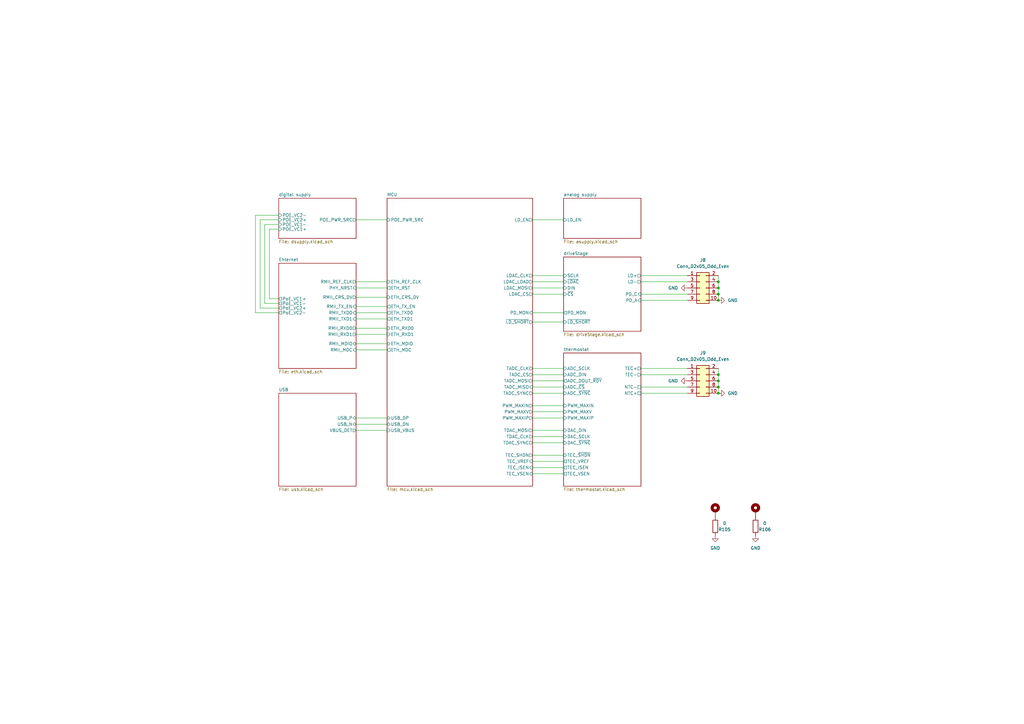
<source format=kicad_sch>
(kicad_sch (version 20230121) (generator eeschema)
  (paper "A3")
  (title_block (title "Kirdy") (date "2022-07-03") (rev "r0.1") (company "M-Labs") (comment 1 "Alex Wong Tat Hang"))
  (lib_symbols
    (symbol "Connector_Generic:Conn_02x05_Odd_Even" (pin_names (offset 1.016) hide)
      (property "Reference" "J" (at 1.27 7.62 0))
      (property "Value" "Conn_02x05_Odd_Even" (at 1.27 -7.62 0))
      (symbol "Conn_02x05_Odd_Even_1_1"
        (rectangle (start -1.27 -4.953) (end 0 -5.207) (stroke (width 0.1524)))
        (rectangle (start -1.27 -2.413) (end 0 -2.667) (stroke (width 0.1524)))
        (rectangle (start -1.27 0.127) (end 0 -0.127) (stroke (width 0.1524)))
        (rectangle (start -1.27 2.667) (end 0 2.413) (stroke (width 0.1524)))
        (rectangle (start -1.27 5.207) (end 0 4.953) (stroke (width 0.1524)))
        (rectangle (start -1.27 6.35) (end 3.81 -6.35) (stroke (width 0.254)) (fill (type background)))
        (rectangle (start 3.81 -4.953) (end 2.54 -5.207) (stroke (width 0.1524)))
        (rectangle (start 3.81 -2.413) (end 2.54 -2.667) (stroke (width 0.1524)))
        (rectangle (start 3.81 0.127) (end 2.54 -0.127) (stroke (width 0.1524)))
        (rectangle (start 3.81 2.667) (end 2.54 2.413) (stroke (width 0.1524)))
        (rectangle (start 3.81 5.207) (end 2.54 4.953) (stroke (width 0.1524)))
        (pin passive line (at -5.08 5.08 0) (length 3.81) (name "Pin_1") (number "1"))
        (pin passive line (at 7.62 -5.08 180) (length 3.81) (name "Pin_10") (number "10"))
        (pin passive line (at 7.62 5.08 180) (length 3.81) (name "Pin_2") (number "2"))
        (pin passive line (at -5.08 2.54 0) (length 3.81) (name "Pin_3") (number "3"))
        (pin passive line (at 7.62 2.54 180) (length 3.81) (name "Pin_4") (number "4"))
        (pin passive line (at -5.08 0 0) (length 3.81) (name "Pin_5") (number "5"))
        (pin passive line (at 7.62 0 180) (length 3.81) (name "Pin_6") (number "6"))
        (pin passive line (at -5.08 -2.54 0) (length 3.81) (name "Pin_7") (number "7"))
        (pin passive line (at 7.62 -2.54 180) (length 3.81) (name "Pin_8") (number "8"))
        (pin passive line (at -5.08 -5.08 0) (length 3.81) (name "Pin_9") (number "9"))
      )
    )
    (symbol "Device:R" (pin_numbers hide) (pin_names (offset 0))
      (property "Reference" "R" (at 2.032 0 90))
      (property "Value" "R" (at 0 0 90))
      (symbol "R_0_1"
        (rectangle (start -1.016 -2.54) (end 1.016 2.54) (stroke (width 0.254)))
      )
      (symbol "R_1_1"
        (pin passive line (at 0 3.81 270) (length 1.27) (name "~") (number "1"))
        (pin passive line (at 0 -3.81 90) (length 1.27) (name "~") (number "2"))
      )
    )
    (symbol "Mechanical:MountingHole_Pad" (pin_numbers hide) (pin_names (offset 1.016) hide)
      (property "Reference" "H" (at 0 6.35 0))
      (property "Value" "MountingHole_Pad" (at 0 4.445 0))
      (symbol "MountingHole_Pad_0_1"
        (circle (center 0 1.27) (radius 1.27) (stroke (width 1.27)))
      )
      (symbol "MountingHole_Pad_1_1"
        (pin input line (at 0 -2.54 90) (length 2.54) (name "1") (number "1"))
      )
    )
    (symbol "power:GND" (power) (pin_names (offset 0))
      (property "Value" "GND" (at 0 -3.81 0))
      (symbol "GND_0_1"
        (polyline (pts (xy 0 0) (xy 0 -1.27) (xy 1.27 -1.27) (xy 0 -2.54) (xy -1.27 -1.27) (xy 0 -1.27)))
      )
      (symbol "GND_1_1"
        (pin power_in line (at 0 0 270) (length 0) hide (name "GND") (number "1"))
      )
    )
  )
  (junction (at 294.64 161.29))
  (junction (at 294.64 118.11))
  (junction (at 294.64 158.75))
  (junction (at 294.64 156.21))
  (junction (at 294.64 120.65))
  (junction (at 294.64 115.57))
  (junction (at 294.64 153.67))
  (junction (at 294.64 123.19))
  (wire (pts (xy 146.05 176.53) (xy 158.75 176.53)))
  (wire (pts (xy 294.64 153.67) (xy 294.64 156.21)))
  (wire (pts (xy 108.585 92.075) (xy 108.585 124.46)))
  (wire (pts (xy 218.44 168.91) (xy 231.14 168.91)))
  (wire (pts (xy 106.68 126.365) (xy 106.68 90.17)))
  (wire (pts (xy 218.44 176.53) (xy 231.14 176.53)))
  (wire (pts (xy 294.64 115.57) (xy 294.64 118.11)))
  (wire (pts (xy 146.05 125.73) (xy 158.75 125.73)))
  (wire (pts (xy 262.89 123.19) (xy 281.94 123.19)))
  (wire (pts (xy 114.3 122.555) (xy 110.49 122.555)))
  (wire (pts (xy 218.44 151.13) (xy 231.14 151.13)))
  (wire (pts (xy 146.05 173.99) (xy 158.75 173.99)))
  (wire (pts (xy 218.44 161.29) (xy 231.14 161.29)))
  (wire (pts (xy 146.05 115.57) (xy 158.75 115.57)))
  (wire (pts (xy 218.44 90.17) (xy 231.14 90.17)))
  (wire (pts (xy 218.44 171.45) (xy 231.14 171.45)))
  (wire (pts (xy 146.05 140.97) (xy 158.75 140.97)))
  (wire (pts (xy 218.44 194.31) (xy 231.14 194.31)))
  (wire (pts (xy 218.44 153.67) (xy 231.14 153.67)))
  (wire (pts (xy 218.44 166.37) (xy 231.14 166.37)))
  (wire (pts (xy 218.44 189.23) (xy 231.14 189.23)))
  (wire (pts (xy 218.44 179.07) (xy 231.14 179.07)))
  (wire (pts (xy 262.89 161.29) (xy 281.94 161.29)))
  (wire (pts (xy 146.05 121.92) (xy 158.75 121.92)))
  (wire (pts (xy 146.05 171.45) (xy 158.75 171.45)))
  (wire (pts (xy 262.89 113.03) (xy 281.94 113.03)))
  (wire (pts (xy 146.05 90.17) (xy 158.75 90.17)))
  (wire (pts (xy 114.3 92.075) (xy 108.585 92.075)))
  (wire (pts (xy 294.64 118.11) (xy 294.64 120.65)))
  (wire (pts (xy 110.49 93.98) (xy 114.3 93.98)))
  (wire (pts (xy 106.68 90.17) (xy 114.3 90.17)))
  (wire (pts (xy 110.49 122.555) (xy 110.49 93.98)))
  (wire (pts (xy 114.3 88.265) (xy 104.775 88.265)))
  (wire (pts (xy 146.05 130.81) (xy 158.75 130.81)))
  (wire (pts (xy 218.44 115.57) (xy 231.14 115.57)))
  (wire (pts (xy 262.89 120.65) (xy 281.94 120.65)))
  (wire (pts (xy 146.05 118.11) (xy 158.75 118.11)))
  (wire (pts (xy 114.3 126.365) (xy 106.68 126.365)))
  (wire (pts (xy 146.05 128.27) (xy 158.75 128.27)))
  (wire (pts (xy 294.64 158.75) (xy 294.64 161.29)))
  (wire (pts (xy 262.89 158.75) (xy 281.94 158.75)))
  (wire (pts (xy 104.775 88.265) (xy 104.775 128.27)))
  (wire (pts (xy 218.44 132.08) (xy 231.14 132.08)))
  (wire (pts (xy 146.05 134.62) (xy 158.75 134.62)))
  (wire (pts (xy 218.44 118.11) (xy 231.14 118.11)))
  (wire (pts (xy 294.64 120.65) (xy 294.64 123.19)))
  (wire (pts (xy 218.44 156.21) (xy 231.14 156.21)))
  (wire (pts (xy 218.44 128.27) (xy 231.14 128.27)))
  (wire (pts (xy 218.44 186.69) (xy 231.14 186.69)))
  (wire (pts (xy 218.44 181.61) (xy 231.14 181.61)))
  (wire (pts (xy 218.44 158.75) (xy 231.14 158.75)))
  (wire (pts (xy 294.64 113.03) (xy 294.64 115.57)))
  (wire (pts (xy 218.44 120.65) (xy 231.14 120.65)))
  (wire (pts (xy 262.89 151.13) (xy 281.94 151.13)))
  (wire (pts (xy 262.89 153.67) (xy 281.94 153.67)))
  (wire (pts (xy 108.585 124.46) (xy 114.3 124.46)))
  (wire (pts (xy 294.64 156.21) (xy 294.64 158.75)))
  (wire (pts (xy 146.05 143.51) (xy 158.75 143.51)))
  (wire (pts (xy 262.89 115.57) (xy 281.94 115.57)))
  (wire (pts (xy 104.775 128.27) (xy 114.3 128.27)))
  (wire (pts (xy 218.44 191.77) (xy 231.14 191.77)))
  (wire (pts (xy 218.44 113.03) (xy 231.14 113.03)))
  (wire (pts (xy 294.64 151.13) (xy 294.64 153.67)))
  (wire (pts (xy 146.05 137.16) (xy 158.75 137.16)))
  (symbol (lib_id "Connector_Generic:Conn_02x05_Odd_Even") (at 287.02 156.21 0) (unit 1)
    (property "Reference" "J9" (at 288.29 144.78 0))
    (property "Value" "Conn_02x05_Odd_Even" (at 288.29 147.32 0))
    (property "Footprint" "Connector_PinHeader_2.54mm:PinHeader_2x05_P2.54mm_Vertical_SMD" (effects hide))
    (property "MFR_PN" "3020-10-0300-00" (effects hide))
    (property "MFR_PN_ALT" "SBH11-NBPC-D05-SM-BK" (effects hide))
  )
  (symbol (lib_id "power:GND") (at 309.88 219.71 0) (unit 1)
    (property "Reference" "#PWR0175" (effects hide))
    (property "Value" "GND" (at 309.88 224.79 0))
  )
  (symbol (lib_id "Device:R") (at 293.37 215.9 180) (unit 1)
    (property "Reference" "R105" (at 297.18 217.17 0))
    (property "Value" "0" (at 297.18 214.63 0))
    (property "Footprint" "Resistor_SMD:R_0603_1608Metric" (effects hide))
    (property "MFR_PN" "RMCF0603ZT0R00" (effects hide))
    (property "MFR_PN_ALT" "CR0603-J/-000ELF" (effects hide))
  )
  (symbol (lib_id "power:GND") (at 294.64 161.29 90) (unit 1)
    (property "Reference" "#PWR0159" (effects hide))
    (property "Value" "GND" (at 298.45 161.2899 90) (effects (justify right)))
  )
  (symbol (lib_id "power:GND") (at 281.94 118.11 270) (unit 1)
    (property "Reference" "#PWR0156" (effects hide))
    (property "Value" "GND" (at 278.13 118.1099 90) (effects (justify right)))
  )
  (symbol (lib_id "power:GND") (at 294.64 123.19 90) (unit 1)
    (property "Reference" "#PWR0158" (effects hide))
    (property "Value" "GND" (at 298.45 123.1899 90) (effects (justify right)))
  )
  (symbol (lib_id "Mechanical:MountingHole_Pad") (at 293.37 209.55 0) (unit 1)
    (property "Reference" "H1" (effects hide))
    (property "Value" "MountingHole_Pad" (effects hide))
    (property "Footprint" "MountingHole:MountingHole_2.7mm_M2.5_Pad_Via" (effects hide))
  )
  (symbol (lib_id "Mechanical:MountingHole_Pad") (at 309.88 209.55 0) (unit 1)
    (property "Reference" "H2" (effects hide))
    (property "Value" "MountingHole_Pad" (effects hide))
    (property "Footprint" "MountingHole:MountingHole_2.7mm_M2.5_Pad_Via" (effects hide))
  )
  (symbol (lib_id "Connector_Generic:Conn_02x05_Odd_Even") (at 287.02 118.11 0) (unit 1)
    (property "Reference" "J8" (at 288.29 106.68 0))
    (property "Value" "Conn_02x05_Odd_Even" (at 288.29 109.22 0))
    (property "Footprint" "Connector_PinHeader_2.54mm:PinHeader_2x05_P2.54mm_Vertical_SMD" (effects hide))
    (property "MFR_PN" "3020-10-0300-00" (effects hide))
    (property "MFR_PN_ALT" "SBH11-NBPC-D05-SM-BK" (effects hide))
  )
  (symbol (lib_id "power:GND") (at 293.37 219.71 0) (unit 1)
    (property "Reference" "#PWR0174" (effects hide))
    (property "Value" "GND" (at 293.37 224.79 0))
  )
  (symbol (lib_id "power:GND") (at 281.94 156.21 270) (unit 1)
    (property "Reference" "#PWR0157" (effects hide))
    (property "Value" "GND" (at 278.13 156.2099 90) (effects (justify right)))
  )
  (symbol (lib_id "Device:R") (at 309.88 215.9 180) (unit 1)
    (property "Reference" "R106" (at 313.69 217.17 0))
    (property "Value" "0" (at 313.69 214.63 0))
    (property "Footprint" "Resistor_SMD:R_0603_1608Metric" (effects hide))
    (property "MFR_PN" "RMCF0603ZT0R00" (effects hide))
    (property "MFR_PN_ALT" "CR0603-J/-000ELF" (effects hide))
  )
  (sheet (at 114.3 107.95) (size 31.75 43.18) (stroke (width 0.1524))
    (property "Sheetname" "Ehternet" (at 114.3 107.2384 0) (effects (justify left bottom)))
    (property "Sheetfile" "eth.kicad_sch" (at 114.3 151.7146 0) (effects (justify left top)))
    (pin "RMII_MDIO" bidirectional (at 146.05 140.97 0))
    (pin "PHY_NRST" input (at 146.05 118.11 0))
    (pin "RMII_MDC" input (at 146.05 143.51 0))
    (pin "RMII_CRS_DV" output (at 146.05 121.92 0))
    (pin "RMII_TX_EN" input (at 146.05 125.73 0))
    (pin "RMII_TXD0" input (at 146.05 128.27 0))
    (pin "RMII_TXD1" input (at 146.05 130.81 0))
    (pin "RMII_RXD0" output (at 146.05 134.62 0))
    (pin "RMII_RXD1" output (at 146.05 137.16 0))
    (pin "RMII_REF_CLK" output (at 146.05 115.57 0))
    (pin "PoE_VC1+" output (at 114.3 122.555 180))
    (pin "PoE_VC1-" output (at 114.3 124.46 180))
    (pin "PoE_VC2+" output (at 114.3 126.365 180))
    (pin "PoE_VC2-" output (at 114.3 128.27 180))
  )
  (sheet (at 114.3 161.29) (size 31.75 38.1) (stroke (width 0.1524))
    (property "Sheetname" "USB" (at 114.3 160.5784 0) (effects (justify left bottom)))
    (property "Sheetfile" "usb.kicad_sch" (at 114.3 199.9746 0) (effects (justify left top)))
    (pin "USB_N" bidirectional (at 146.05 173.99 0))
    (pin "USB_P" bidirectional (at 146.05 171.45 0))
    (pin "VBUS_DET" output (at 146.05 176.53 0))
  )
  (sheet (at 231.14 105.41) (size 31.75 30.48) (stroke (width 0.1524))
    (property "Sheetname" "driveStage" (at 231.14 104.6984 0) (effects (justify left bottom)))
    (property "Sheetfile" "driveStage.kicad_sch" (at 231.14 136.4746 0) (effects (justify left top)))
    (pin "LD-" output (at 262.89 115.57 0))
    (pin "LD+" output (at 262.89 113.03 0))
    (pin "SCLK" input (at 231.14 113.03 180))
    (pin "DIN" input (at 231.14 118.11 180))
    (pin "~{LDAC}" input (at 231.14 115.57 180))
    (pin "~{CS}" input (at 231.14 120.65 180))
    (pin "PD_A" input (at 262.89 123.19 0))
    (pin "PD_C" input (at 262.89 120.65 0))
    (pin "PD_MON" output (at 231.14 128.27 180))
    (pin "~{LD_SHORT}" input (at 231.14 132.08 180))
  )
  (sheet (at 114.3 81.28) (size 31.75 16.51) (stroke (width 0.1524))
    (property "Sheetname" "digital supply" (at 114.3 80.5684 0) (effects (justify left bottom)))
    (property "Sheetfile" "dsupply.kicad_sch" (at 114.3 98.3746 0) (effects (justify left top)))
    (pin "POE_PWR_SRC" output (at 146.05 90.17 0))
    (pin "POE_VC1-" input (at 114.3 92.075 180))
    (pin "POE_VC2-" input (at 114.3 88.265 180))
    (pin "POE_VC1+" input (at 114.3 93.98 180))
    (pin "POE_VC2+" input (at 114.3 90.17 180))
  )
  (sheet (at 231.14 144.78) (size 31.75 54.61) (stroke (width 0.1524))
    (property "Sheetname" "thermostat" (at 231.14 144.0684 0) (effects (justify left bottom)))
    (property "Sheetfile" "thermostat.kicad_sch" (at 231.14 199.9746 0) (effects (justify left top)))
    (pin "TEC-" output (at 262.89 153.67 0))
    (pin "TEC+" output (at 262.89 151.13 0))
    (pin "NTC-" passive (at 262.89 158.75 0))
    (pin "NTC+" passive (at 262.89 161.29 0))
    (pin "DAC_~{SYNC}" input (at 231.14 181.61 180))
    (pin "DAC_SCLK" input (at 231.14 179.07 180))
    (pin "DAC_DIN" input (at 231.14 176.53 180))
    (pin "PWM_MAXV" input (at 231.14 168.91 180))
    (pin "ADC_SCLK" input (at 231.14 151.13 180))
    (pin "ADC_DIN" input (at 231.14 153.67 180))
    (pin "ADC_DOUT_~{RDY}" output (at 231.14 156.21 180))
    (pin "ADC_~{CS}" input (at 231.14 158.75 180))
    (pin "ADC_~{SYNC}" input (at 231.14 161.29 180))
    (pin "PWM_MAXIN" input (at 231.14 166.37 180))
    (pin "PWM_MAXIP" input (at 231.14 171.45 180))
    (pin "TEC_~{SHDN}" input (at 231.14 186.69 180))
    (pin "TEC_ISEN" output (at 231.14 191.77 180))
    (pin "TEC_VREF" output (at 231.14 189.23 180))
    (pin "TEC_VSEN" output (at 231.14 194.31 180))
  )
  (sheet (at 231.14 81.28) (size 31.75 16.51) (stroke (width 0.1524))
    (property "Sheetname" "analog supply" (at 231.14 80.5684 0) (effects (justify left bottom)))
    (property "Sheetfile" "asupply.kicad_sch" (at 231.14 98.3746 0) (effects (justify left top)))
    (pin "LD_EN" input (at 231.14 90.17 180))
  )
  (sheet (at 158.75 81.28) (size 59.69 118.11) (stroke (width 0.1524))
    (property "Sheetname" "MCU" (at 158.75 80.5684 0) (effects (justify left bottom)))
    (property "Sheetfile" "mcu.kicad_sch" (at 158.75 199.9746 0) (effects (justify left top)))
    (pin "ETH_RST" output (at 158.75 118.11 180))
    (pin "ETH_MDIO" bidirectional (at 158.75 140.97 180))
    (pin "PD_MON" input (at 218.44 128.27 0))
    (pin "TEC_SHDN" output (at 218.44 186.69 0))
    (pin "TEC_VREF" input (at 218.44 189.23 0))
    (pin "ETH_CRS_DV" input (at 158.75 121.92 180))
    (pin "USB_VBUS" input (at 158.75 176.53 180))
    (pin "TEC_ISEN" input (at 218.44 191.77 0))
    (pin "TEC_VSEN" input (at 218.44 194.31 0))
    (pin "USB_DP" bidirectional (at 158.75 171.45 180))
    (pin "USB_DN" bidirectional (at 158.75 173.99 180))
    (pin "TADC_CS" output (at 218.44 153.67 0))
    (pin "LDAC_CLK" output (at 218.44 113.03 0))
    (pin "ETH_TX_EN" output (at 158.75 125.73 180))
    (pin "ETH_TXD0" output (at 158.75 128.27 180))
    (pin "ETH_TXD1" output (at 158.75 130.81 180))
    (pin "LDAC_LOAD" output (at 218.44 115.57 0))
    (pin "POE_PWR_SRC" input (at 158.75 90.17 180))
    (pin "ETH_RXD0" input (at 158.75 134.62 180))
    (pin "ETH_RXD1" input (at 158.75 137.16 180))
    (pin "LDAC_MOSI" output (at 218.44 118.11 0))
    (pin "TADC_MOSI" output (at 218.44 156.21 0))
    (pin "TADC_MISO" input (at 218.44 158.75 0))
    (pin "PWM_MAXIP" output (at 218.44 171.45 0))
    (pin "ETH_MDC" output (at 158.75 143.51 180))
    (pin "LDAC_CS" output (at 218.44 120.65 0))
    (pin "TADC_SYNC" output (at 218.44 161.29 0))
    (pin "TDAC_CLK" output (at 218.44 179.07 0))
    (pin "TDAC_SYNC" output (at 218.44 181.61 0))
    (pin "TDAC_MOSI" output (at 218.44 176.53 0))
    (pin "PWM_MAXIN" output (at 218.44 166.37 0))
    (pin "PWM_MAXV" output (at 218.44 168.91 0))
    (pin "TADC_CLK" output (at 218.44 151.13 0))
    (pin "ETH_REF_CLK" input (at 158.75 115.57 180))
    (pin "LD_EN" output (at 218.44 90.17 0))
    (pin "~{LD_SHORT}" output (at 218.44 132.08 0))
  )
)
</source>
